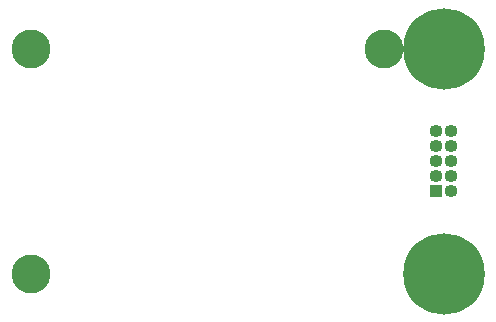
<source format=gbr>
%TF.GenerationSoftware,KiCad,Pcbnew,(5.1.6-0)*%
%TF.CreationDate,2022-04-21T00:04:20-07:00*%
%TF.ProjectId,talonsrx-enc-limit-ftc,74616c6f-6e73-4727-982d-656e632d6c69,rev?*%
%TF.SameCoordinates,PX695f190PY69fa208*%
%TF.FileFunction,Soldermask,Bot*%
%TF.FilePolarity,Negative*%
%FSLAX46Y46*%
G04 Gerber Fmt 4.6, Leading zero omitted, Abs format (unit mm)*
G04 Created by KiCad (PCBNEW (5.1.6-0)) date 2022-04-21 00:04:20*
%MOMM*%
%LPD*%
G01*
G04 APERTURE LIST*
%ADD10C,3.300000*%
%ADD11R,1.100000X1.100000*%
%ADD12O,1.100000X1.100000*%
%ADD13C,6.900000*%
G04 APERTURE END LIST*
D10*
%TO.C,REF\u002A\u002A*%
X4445000Y23495000D03*
%TD*%
%TO.C,REF\u002A\u002A*%
X4445000Y4445000D03*
%TD*%
%TO.C,REF\u002A\u002A*%
X34290000Y23495000D03*
%TD*%
D11*
%TO.C,J1*%
X38735000Y11430000D03*
D12*
X40005000Y11430000D03*
X38735000Y12700000D03*
X40005000Y12700000D03*
X38735000Y13970000D03*
X40005000Y13970000D03*
X38735000Y15240000D03*
X40005000Y15240000D03*
X38735000Y16510000D03*
X40005000Y16510000D03*
%TD*%
D13*
%TO.C,H1*%
X39370000Y23495000D03*
%TD*%
%TO.C,H2*%
X39370000Y4445000D03*
%TD*%
M02*

</source>
